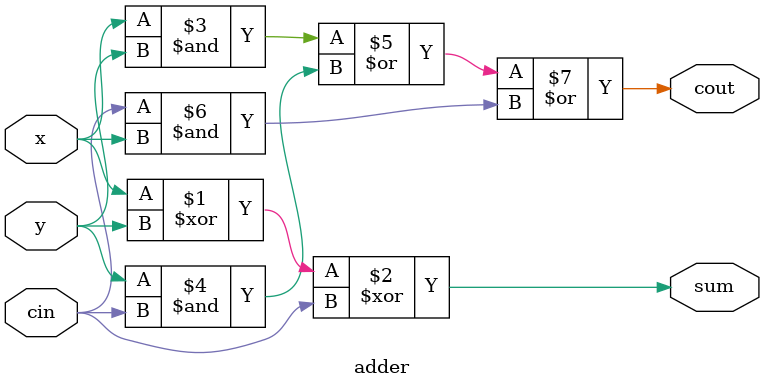
<source format=v>
`timescale 1ns / 1ps
module adder8bit(a,b,sum,carry,overflow);
	 input [7:0] a;
	 input [7:0] b;
	 output [7:0] sum;
	 output carry;
	 output overflow;
	 wire [7:0] car;
	 wire [7:0] pre_sum; 
	 adder add0(a[0],b[0],0,pre_sum[0],car[0]);
	 adder add1(a[1],b[1],car[0],pre_sum[1],car[1]);
	 adder add2(a[2],b[2],car[1],pre_sum[2],car[2]);
	 adder add3(a[3],b[3],car[2],pre_sum[3],car[3]);
	 adder add4(a[4],b[4],car[3],pre_sum[4],car[4]);
	 adder add5(a[5],b[5],car[4],pre_sum[5],car[5]);
	 adder add6(a[6],b[6],car[5],pre_sum[6],car[6]);
	 adder add7(a[7],b[7],car[6],pre_sum[7],car[7]);
	 assign carry=car[7];
	 
	 assign overflow=car[7]^car[6];
	 
	 assign sum[0]=pre_sum[0]&~overflow;
	 assign sum[1]=pre_sum[1]&~overflow;
	 assign sum[2]=pre_sum[2]&~overflow;
	 assign sum[3]=pre_sum[3]&~overflow;
	 assign sum[4]=pre_sum[4]&~overflow;
	 assign sum[5]=pre_sum[5]&~overflow;
	 assign sum[6]=pre_sum[6]&~overflow;
	 assign sum[7]=pre_sum[7]&~overflow;
	 
	 endmodule

module adder(x,y,cin,sum,cout);
input x;
input y;
input cin;
output sum;
output cout;
assign sum=x^y^cin;
assign cout=(x&y)|(y&cin)|(cin&x);
endmodule
</source>
